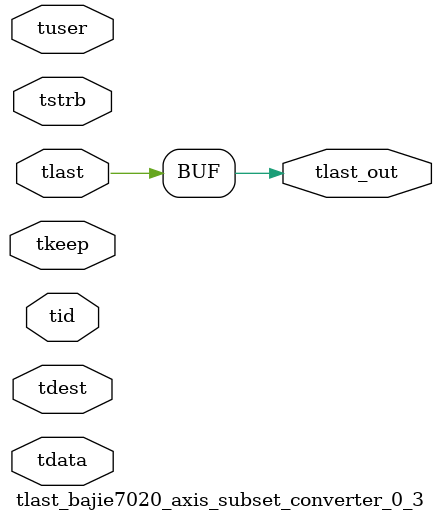
<source format=v>


`timescale 1ps/1ps

module tlast_bajie7020_axis_subset_converter_0_3 #
(
parameter C_S_AXIS_TID_WIDTH   = 1,
parameter C_S_AXIS_TUSER_WIDTH = 0,
parameter C_S_AXIS_TDATA_WIDTH = 0,
parameter C_S_AXIS_TDEST_WIDTH = 0
)
(
input  [(C_S_AXIS_TID_WIDTH   == 0 ? 1 : C_S_AXIS_TID_WIDTH)-1:0       ] tid,
input  [(C_S_AXIS_TDATA_WIDTH == 0 ? 1 : C_S_AXIS_TDATA_WIDTH)-1:0     ] tdata,
input  [(C_S_AXIS_TUSER_WIDTH == 0 ? 1 : C_S_AXIS_TUSER_WIDTH)-1:0     ] tuser,
input  [(C_S_AXIS_TDEST_WIDTH == 0 ? 1 : C_S_AXIS_TDEST_WIDTH)-1:0     ] tdest,
input  [(C_S_AXIS_TDATA_WIDTH/8)-1:0 ] tkeep,
input  [(C_S_AXIS_TDATA_WIDTH/8)-1:0 ] tstrb,
input  [0:0]                                                             tlast,
output                                                                   tlast_out
);

assign tlast_out = {tlast};

endmodule


</source>
